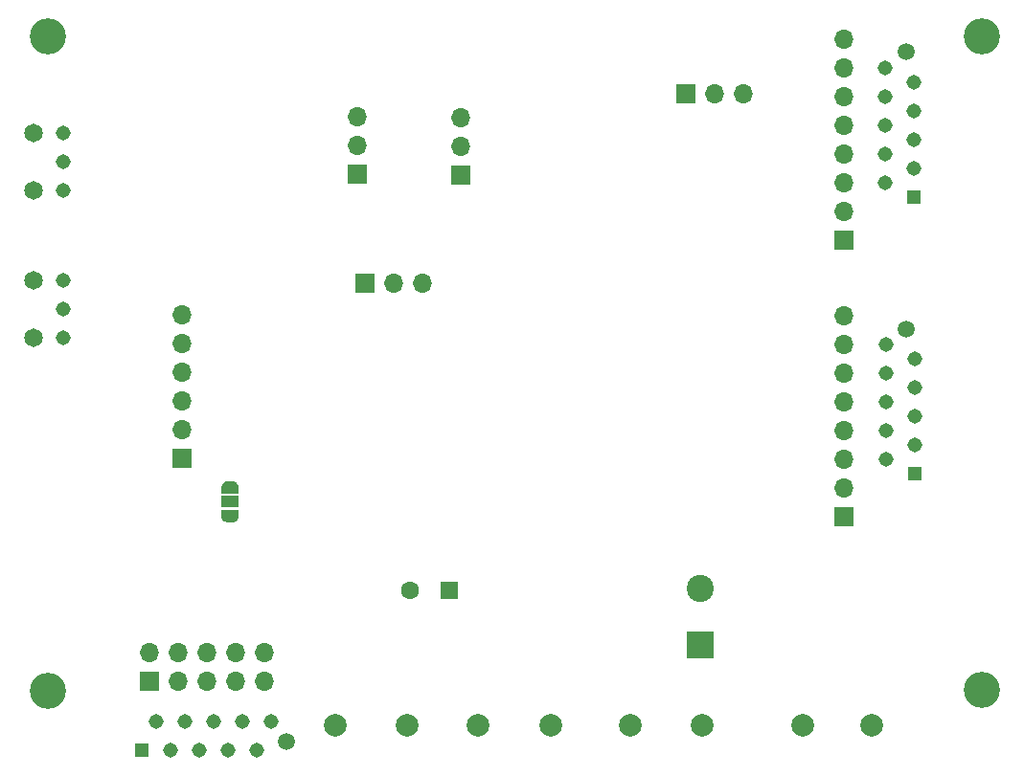
<source format=gbr>
G04 #@! TF.GenerationSoftware,KiCad,Pcbnew,(5.1.9-0-10_14)*
G04 #@! TF.CreationDate,2021-04-25T13:46:17+02:00*
G04 #@! TF.ProjectId,dac,6461632e-6b69-4636-9164-5f7063625858,rev?*
G04 #@! TF.SameCoordinates,Original*
G04 #@! TF.FileFunction,Soldermask,Bot*
G04 #@! TF.FilePolarity,Negative*
%FSLAX46Y46*%
G04 Gerber Fmt 4.6, Leading zero omitted, Abs format (unit mm)*
G04 Created by KiCad (PCBNEW (5.1.9-0-10_14)) date 2021-04-25 13:46:17*
%MOMM*%
%LPD*%
G01*
G04 APERTURE LIST*
%ADD10C,1.308000*%
%ADD11C,1.650000*%
%ADD12C,0.100000*%
%ADD13R,1.500000X1.000000*%
%ADD14O,1.700000X1.700000*%
%ADD15R,1.700000X1.700000*%
%ADD16C,2.000000*%
%ADD17R,1.308000X1.308000*%
%ADD18C,1.500000*%
%ADD19C,1.600000*%
%ADD20R,1.600000X1.600000*%
%ADD21C,3.200000*%
%ADD22C,2.400000*%
%ADD23R,2.400000X2.400000*%
G04 APERTURE END LIST*
D10*
X115025000Y-83185000D03*
X115025000Y-85725000D03*
X115025000Y-88265000D03*
D11*
X112395000Y-88265000D03*
X112395000Y-83185000D03*
D10*
X115025000Y-70104000D03*
X115025000Y-72644000D03*
X115025000Y-75184000D03*
D11*
X112395000Y-75184000D03*
X112395000Y-70104000D03*
D12*
G36*
X130493200Y-103488400D02*
G01*
X130493200Y-104038400D01*
X130492598Y-104038400D01*
X130492598Y-104062934D01*
X130487788Y-104111765D01*
X130478216Y-104159890D01*
X130463972Y-104206845D01*
X130445195Y-104252178D01*
X130422064Y-104295451D01*
X130394804Y-104336250D01*
X130363676Y-104374179D01*
X130328979Y-104408876D01*
X130291050Y-104440004D01*
X130250251Y-104467264D01*
X130206978Y-104490395D01*
X130161645Y-104509172D01*
X130114690Y-104523416D01*
X130066565Y-104532988D01*
X130017734Y-104537798D01*
X129993200Y-104537798D01*
X129993200Y-104538400D01*
X129493200Y-104538400D01*
X129493200Y-104537798D01*
X129468666Y-104537798D01*
X129419835Y-104532988D01*
X129371710Y-104523416D01*
X129324755Y-104509172D01*
X129279422Y-104490395D01*
X129236149Y-104467264D01*
X129195350Y-104440004D01*
X129157421Y-104408876D01*
X129122724Y-104374179D01*
X129091596Y-104336250D01*
X129064336Y-104295451D01*
X129041205Y-104252178D01*
X129022428Y-104206845D01*
X129008184Y-104159890D01*
X128998612Y-104111765D01*
X128993802Y-104062934D01*
X128993802Y-104038400D01*
X128993200Y-104038400D01*
X128993200Y-103488400D01*
X130493200Y-103488400D01*
G37*
D13*
X129743200Y-102738400D03*
D12*
G36*
X128993802Y-101438400D02*
G01*
X128993802Y-101413866D01*
X128998612Y-101365035D01*
X129008184Y-101316910D01*
X129022428Y-101269955D01*
X129041205Y-101224622D01*
X129064336Y-101181349D01*
X129091596Y-101140550D01*
X129122724Y-101102621D01*
X129157421Y-101067924D01*
X129195350Y-101036796D01*
X129236149Y-101009536D01*
X129279422Y-100986405D01*
X129324755Y-100967628D01*
X129371710Y-100953384D01*
X129419835Y-100943812D01*
X129468666Y-100939002D01*
X129493200Y-100939002D01*
X129493200Y-100938400D01*
X129993200Y-100938400D01*
X129993200Y-100939002D01*
X130017734Y-100939002D01*
X130066565Y-100943812D01*
X130114690Y-100953384D01*
X130161645Y-100967628D01*
X130206978Y-100986405D01*
X130250251Y-101009536D01*
X130291050Y-101036796D01*
X130328979Y-101067924D01*
X130363676Y-101102621D01*
X130394804Y-101140550D01*
X130422064Y-101181349D01*
X130445195Y-101224622D01*
X130463972Y-101269955D01*
X130478216Y-101316910D01*
X130487788Y-101365035D01*
X130492598Y-101413866D01*
X130492598Y-101438400D01*
X130493200Y-101438400D01*
X130493200Y-101988400D01*
X128993200Y-101988400D01*
X128993200Y-101438400D01*
X128993802Y-101438400D01*
G37*
D14*
X132740400Y-116078000D03*
X132740400Y-118618000D03*
X130200400Y-116078000D03*
X130200400Y-118618000D03*
X127660400Y-116078000D03*
X127660400Y-118618000D03*
X125120400Y-116078000D03*
X125120400Y-118618000D03*
X122580400Y-116078000D03*
D15*
X122580400Y-118618000D03*
D14*
X150177500Y-68732400D03*
X150177500Y-71272400D03*
D15*
X150177500Y-73812400D03*
D16*
X171450000Y-122555000D03*
X165100000Y-122555000D03*
D17*
X190246000Y-100266500D03*
D10*
X187706000Y-98996500D03*
X190246000Y-97726500D03*
X187706000Y-96456500D03*
X190246000Y-95186500D03*
X187706000Y-93916500D03*
X190246000Y-92646500D03*
X187706000Y-91376500D03*
X190246000Y-90106500D03*
X187706000Y-88836500D03*
D18*
X189506000Y-87436500D03*
D14*
X184023000Y-86296500D03*
X184023000Y-88836500D03*
X184023000Y-91376500D03*
X184023000Y-93916500D03*
X184023000Y-96456500D03*
X184023000Y-98996500D03*
X184023000Y-101536500D03*
D15*
X184023000Y-104076500D03*
D14*
X175107600Y-66649600D03*
X172567600Y-66649600D03*
D15*
X170027600Y-66649600D03*
D14*
X141033500Y-68707000D03*
X141033500Y-71247000D03*
D15*
X141033500Y-73787000D03*
D14*
X184023000Y-61785500D03*
X184023000Y-64325500D03*
X184023000Y-66865500D03*
X184023000Y-69405500D03*
X184023000Y-71945500D03*
X184023000Y-74485500D03*
X184023000Y-77025500D03*
D15*
X184023000Y-79565500D03*
D14*
X146748500Y-83375500D03*
X144208500Y-83375500D03*
D15*
X141668500Y-83375500D03*
D17*
X121920000Y-124714000D03*
D10*
X123190000Y-122174000D03*
X124460000Y-124714000D03*
X125730000Y-122174000D03*
X127000000Y-124714000D03*
X128270000Y-122174000D03*
X129540000Y-124714000D03*
X130810000Y-122174000D03*
X132080000Y-124714000D03*
X133350000Y-122174000D03*
D18*
X134750000Y-123974000D03*
D17*
X190224000Y-75755500D03*
D10*
X187684000Y-74485500D03*
X190224000Y-73215500D03*
X187684000Y-71945500D03*
X190224000Y-70675500D03*
X187684000Y-69405500D03*
X190224000Y-68135500D03*
X187684000Y-66865500D03*
X190224000Y-65595500D03*
X187684000Y-64325500D03*
D18*
X189484000Y-62925500D03*
D19*
X145661500Y-110553500D03*
D20*
X149161500Y-110553500D03*
D14*
X125476000Y-86156800D03*
X125476000Y-88696800D03*
X125476000Y-91236800D03*
X125476000Y-93776800D03*
X125476000Y-96316800D03*
D15*
X125476000Y-98856800D03*
D16*
X180340000Y-122555000D03*
X186436000Y-122555000D03*
X145415000Y-122555000D03*
X151638000Y-122529600D03*
X158115000Y-122555000D03*
X139065000Y-122555000D03*
D21*
X113665000Y-119507000D03*
X196215000Y-119380000D03*
X196215000Y-61595000D03*
X113665000Y-61595000D03*
D22*
X171323000Y-110379500D03*
D23*
X171323000Y-115379500D03*
M02*

</source>
